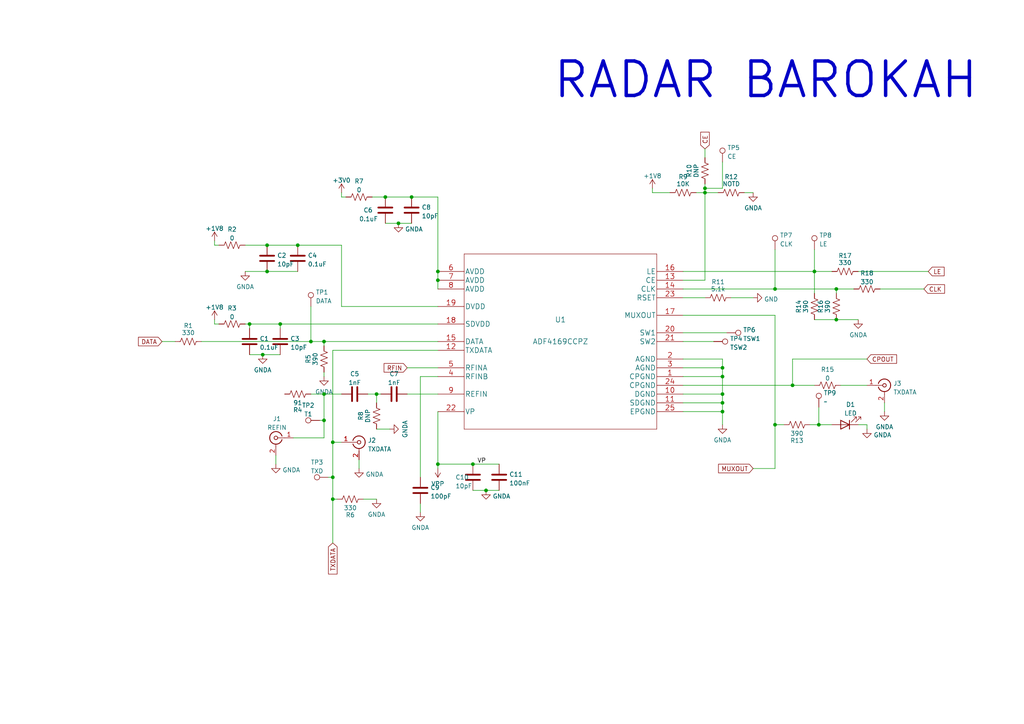
<source format=kicad_sch>
(kicad_sch (version 20211123) (generator eeschema)
  (paper "A4")
  (title_block (title "FMCW schematics"))
  (lib_symbols
    (symbol "2022-04-16_23-14-58:ADF4169CCPZ" (pin_names (offset 0.254))
      (property "Reference" "U" (at 35.56 10.16 0))
      (property "Value" "ADF4169CCPZ" (at 35.56 7.62 0))
      (symbol "ADF4169CCPZ_1_1"
        (polyline (pts (xy 7.62 -45.72) (xy 63.5 -45.72)) (stroke (width 0.127)))
        (polyline (pts (xy 7.62 5.08) (xy 7.62 -45.72)) (stroke (width 0.127)))
        (polyline (pts (xy 63.5 -45.72) (xy 63.5 5.08)) (stroke (width 0.127)))
        (polyline (pts (xy 63.5 5.08) (xy 7.62 5.08)) (stroke (width 0.127)))
        (pin unspecified line (at 71.12 -30.48 180) (length 7.62) (name "CPGND") (number "1"))
        (pin unspecified line (at 71.12 -35.56 180) (length 7.62) (name "DGND") (number "10"))
        (pin unspecified line (at 71.12 -38.1 180) (length 7.62) (name "SDGND") (number "11"))
        (pin unspecified line (at 0 -22.86 0) (length 7.62) (name "TXDATA") (number "12"))
        (pin unspecified line (at 71.12 -2.54 180) (length 7.62) (name "CE") (number "13"))
        (pin unspecified line (at 71.12 -5.08 180) (length 7.62) (name "CLK") (number "14"))
        (pin unspecified line (at 0 -20.32 0) (length 7.62) (name "DATA") (number "15"))
        (pin unspecified line (at 71.12 0 180) (length 7.62) (name "LE") (number "16"))
        (pin unspecified line (at 71.12 -12.7 180) (length 7.62) (name "MUXOUT") (number "17"))
        (pin unspecified line (at 0 -15.24 0) (length 7.62) (name "SDVDD") (number "18"))
        (pin unspecified line (at 0 -10.16 0) (length 7.62) (name "DVDD") (number "19"))
        (pin unspecified line (at 71.12 -25.4 180) (length 7.62) (name "AGND") (number "2"))
        (pin unspecified line (at 71.12 -17.78 180) (length 7.62) (name "SW1") (number "20"))
        (pin unspecified line (at 71.12 -20.32 180) (length 7.62) (name "SW2") (number "21"))
        (pin unspecified line (at 0 -40.64 0) (length 7.62) (name "VP") (number "22"))
        (pin unspecified line (at 71.12 -7.62 180) (length 7.62) (name "RSET") (number "23"))
        (pin unspecified line (at 71.12 -33.02 180) (length 7.62) (name "CPGND") (number "24"))
        (pin unspecified line (at 71.12 -40.64 180) (length 7.62) (name "EPGND") (number "25"))
        (pin unspecified line (at 71.12 -27.94 180) (length 7.62) (name "AGND") (number "3"))
        (pin unspecified line (at 0 -30.48 0) (length 7.62) (name "RFINB") (number "4"))
        (pin unspecified line (at 0 -27.94 0) (length 7.62) (name "RFINA") (number "5"))
        (pin unspecified line (at 0 0 0) (length 7.62) (name "AVDD") (number "6"))
        (pin unspecified line (at 0 -2.54 0) (length 7.62) (name "AVDD") (number "7"))
        (pin unspecified line (at 0 -5.08 0) (length 7.62) (name "AVDD") (number "8"))
        (pin unspecified line (at 0 -35.56 0) (length 7.62) (name "REFIN") (number "9"))
      )
    )
    (symbol "Connector:Conn_Coaxial" (pin_names (offset 1.016) hide)
      (property "Reference" "J" (at 0.254 3.048 0))
      (property "Value" "Conn_Coaxial" (at 2.921 0 90))
      (symbol "Conn_Coaxial_0_1"
        (arc (start -1.778 -0.508) (mid 0.2311 -1.8066) (end 1.778 0) (stroke (width 0.254)))
        (polyline (pts (xy -2.54 0) (xy -0.508 0)))
        (polyline (pts (xy 0 -2.54) (xy 0 -1.778)))
        (circle (center 0 0) (radius 0.508) (stroke (width 0.2032)))
        (arc (start 1.778 0) (mid 0.2099 1.8101) (end -1.778 0.508) (stroke (width 0.254)))
      )
      (symbol "Conn_Coaxial_1_1"
        (pin passive line (at -5.08 0 0) (length 2.54) (name "In") (number "1"))
        (pin passive line (at 0 -5.08 90) (length 2.54) (name "Ext") (number "2"))
      )
    )
    (symbol "Connector:TestPoint" (pin_numbers hide) (pin_names (offset 0.762) hide)
      (property "Reference" "TP" (at 0 6.858 0))
      (property "Value" "TestPoint" (at 0 5.08 0))
      (symbol "TestPoint_0_1"
        (circle (center 0 3.302) (radius 0.762))
      )
      (symbol "TestPoint_1_1"
        (pin passive line (at 0 0 90) (length 2.54) (name "1") (number "1"))
      )
    )
    (symbol "Device:C" (pin_numbers hide) (pin_names (offset 0.254))
      (property "Reference" "C" (at 0.635 2.54 0))
      (property "Value" "C" (at 0.635 -2.54 0))
      (symbol "C_0_1"
        (polyline (pts (xy -2.032 -0.762) (xy 2.032 -0.762)) (stroke (width 0.508)))
        (polyline (pts (xy -2.032 0.762) (xy 2.032 0.762)) (stroke (width 0.508)))
      )
      (symbol "C_1_1"
        (pin passive line (at 0 3.81 270) (length 2.794) (name "~") (number "1"))
        (pin passive line (at 0 -3.81 90) (length 2.794) (name "~") (number "2"))
      )
    )
    (symbol "Device:LED" (pin_numbers hide) (pin_names (offset 1.016) hide)
      (property "Reference" "D" (at 0 2.54 0))
      (property "Value" "LED" (at 0 -2.54 0))
      (symbol "LED_0_1"
        (polyline (pts (xy -1.27 -1.27) (xy -1.27 1.27)) (stroke (width 0.254)))
        (polyline (pts (xy -1.27 0) (xy 1.27 0)))
        (polyline (pts (xy 1.27 -1.27) (xy 1.27 1.27) (xy -1.27 0) (xy 1.27 -1.27)) (stroke (width 0.254)))
        (polyline (pts (xy -3.048 -0.762) (xy -4.572 -2.286) (xy -3.81 -2.286) (xy -4.572 -2.286) (xy -4.572 -1.524)))
        (polyline (pts (xy -1.778 -0.762) (xy -3.302 -2.286) (xy -2.54 -2.286) (xy -3.302 -2.286) (xy -3.302 -1.524)))
      )
      (symbol "LED_1_1"
        (pin passive line (at -3.81 0 0) (length 2.54) (name "K") (number "1"))
        (pin passive line (at 3.81 0 180) (length 2.54) (name "A") (number "2"))
      )
    )
    (symbol "Device:R_US" (pin_numbers hide) (pin_names (offset 0))
      (property "Reference" "R" (at 2.54 0 90))
      (property "Value" "R_US" (at -2.54 0 90))
      (symbol "R_US_0_1"
        (polyline (pts (xy 0 -2.286) (xy 0 -2.54)))
        (polyline (pts (xy 0 2.286) (xy 0 2.54)))
        (polyline (pts (xy 0 -0.762) (xy 1.016 -1.143) (xy 0 -1.524) (xy -1.016 -1.905) (xy 0 -2.286)))
        (polyline (pts (xy 0 0.762) (xy 1.016 0.381) (xy 0 0) (xy -1.016 -0.381) (xy 0 -0.762)))
        (polyline (pts (xy 0 2.286) (xy 1.016 1.905) (xy 0 1.524) (xy -1.016 1.143) (xy 0 0.762)))
      )
      (symbol "R_US_1_1"
        (pin passive line (at 0 3.81 270) (length 1.27) (name "~") (number "1"))
        (pin passive line (at 0 -3.81 90) (length 1.27) (name "~") (number "2"))
      )
    )
    (symbol "power:+1V8" (power) (pin_names (offset 0))
      (property "Value" "+1V8" (at 0 3.556 0))
      (symbol "+1V8_0_1"
        (polyline (pts (xy -0.762 1.27) (xy 0 2.54)))
        (polyline (pts (xy 0 0) (xy 0 2.54)))
        (polyline (pts (xy 0 2.54) (xy 0.762 1.27)))
      )
      (symbol "+1V8_1_1"
        (pin power_in line (at 0 0 90) (length 0) hide (name "+1V8") (number "1"))
      )
    )
    (symbol "power:+3V0" (power) (pin_names (offset 0))
      (property "Value" "+3V0" (at 0 3.556 0))
      (symbol "+3V0_0_1"
        (polyline (pts (xy -0.762 1.27) (xy 0 2.54)))
        (polyline (pts (xy 0 0) (xy 0 2.54)))
        (polyline (pts (xy 0 2.54) (xy 0.762 1.27)))
      )
      (symbol "+3V0_1_1"
        (pin power_in line (at 0 0 90) (length 0) hide (name "+3V0") (number "1"))
      )
    )
    (symbol "power:GND" (power) (pin_names (offset 0))
      (property "Value" "GND" (at 0 -3.81 0))
      (symbol "GND_0_1"
        (polyline (pts (xy 0 0) (xy 0 -1.27) (xy 1.27 -1.27) (xy 0 -2.54) (xy -1.27 -1.27) (xy 0 -1.27)))
      )
      (symbol "GND_1_1"
        (pin power_in line (at 0 0 270) (length 0) hide (name "GND") (number "1"))
      )
    )
    (symbol "power:GNDA" (power) (pin_names (offset 0))
      (property "Value" "GNDA" (at 0 -3.81 0))
      (symbol "GNDA_0_1"
        (polyline (pts (xy 0 0) (xy 0 -1.27) (xy 1.27 -1.27) (xy 0 -2.54) (xy -1.27 -1.27) (xy 0 -1.27)))
      )
      (symbol "GNDA_1_1"
        (pin power_in line (at 0 0 270) (length 0) hide (name "GNDA") (number "1"))
      )
    )
    (symbol "power:VPP" (power) (pin_names (offset 0))
      (property "Value" "VPP" (at 0 3.81 0))
      (symbol "VPP_0_1"
        (polyline (pts (xy -0.762 1.27) (xy 0 2.54)))
        (polyline (pts (xy 0 0) (xy 0 2.54)))
        (polyline (pts (xy 0 2.54) (xy 0.762 1.27)))
      )
      (symbol "VPP_1_1"
        (pin power_in line (at 0 0 90) (length 0) hide (name "VPP") (number "1"))
      )
    )
  )
  (junction (at 127 78.74))
  (junction (at 111.76 57.15))
  (junction (at 119.38 57.15))
  (junction (at 242.57 92.71))
  (junction (at 209.55 106.68))
  (junction (at 90.17 99.06))
  (junction (at 77.47 71.12))
  (junction (at 229.87 111.76))
  (junction (at 237.49 123.19))
  (junction (at 77.47 78.74))
  (junction (at 96.52 144.78))
  (junction (at 76.2 102.87))
  (junction (at 209.55 109.22))
  (junction (at 115.57 64.77))
  (junction (at 204.47 54.61))
  (junction (at 93.98 121.92))
  (junction (at 93.98 114.3))
  (junction (at 204.47 55.88))
  (junction (at 224.79 123.19))
  (junction (at 109.22 114.3))
  (junction (at 96.52 128.27))
  (junction (at 127 134.62))
  (junction (at 127 81.28))
  (junction (at 140.97 142.24))
  (junction (at 209.55 116.84))
  (junction (at 209.55 119.38))
  (junction (at 72.39 93.98))
  (junction (at 224.79 83.82))
  (junction (at 137.16 134.62))
  (junction (at 93.98 99.06))
  (junction (at 96.52 138.43))
  (junction (at 81.28 93.98))
  (junction (at 236.22 78.74))
  (junction (at 86.36 71.12))
  (junction (at 209.55 114.3))
  (junction (at 242.57 83.82))
  (wire (pts (xy 242.57 92.71) (xy 248.92 92.71)))
  (wire (pts (xy 111.76 64.77) (xy 115.57 64.77)))
  (wire (pts (xy 127 101.6) (xy 96.52 101.6)))
  (wire (pts (xy 90.17 114.3) (xy 93.98 114.3)))
  (wire (pts (xy 46.99 99.06) (xy 50.8 99.06)))
  (wire (pts (xy 62.23 93.98) (xy 63.5 93.98)))
  (wire (pts (xy 96.52 128.27) (xy 99.06 128.27)))
  (wire (pts (xy 251.46 123.19) (xy 251.46 124.46)))
  (wire (pts (xy 224.79 83.82) (xy 242.57 83.82)))
  (wire (pts (xy 96.52 101.6) (xy 96.52 128.27)))
  (wire (pts (xy 93.98 99.06) (xy 127 99.06)))
  (wire (pts (xy 93.98 114.3) (xy 93.98 121.92)))
  (wire (pts (xy 198.12 83.82) (xy 224.79 83.82)))
  (wire (pts (xy 107.95 57.15) (xy 111.76 57.15)))
  (wire (pts (xy 90.17 88.9) (xy 90.17 99.06)))
  (wire (pts (xy 76.2 102.87) (xy 81.28 102.87)))
  (wire (pts (xy 198.12 104.14) (xy 209.55 104.14)))
  (wire (pts (xy 93.98 99.06) (xy 93.98 100.33)))
  (wire (pts (xy 137.16 134.62) (xy 127 134.62)))
  (wire (pts (xy 62.23 71.12) (xy 63.5 71.12)))
  (wire (pts (xy 198.12 99.06) (xy 207.01 99.06)))
  (wire (pts (xy 118.11 106.68) (xy 127 106.68)))
  (wire (pts (xy 224.79 91.44) (xy 224.79 123.19)))
  (wire (pts (xy 109.22 116.84) (xy 109.22 114.3)))
  (wire (pts (xy 224.79 123.19) (xy 224.79 135.89)))
  (wire (pts (xy 72.39 93.98) (xy 72.39 95.25)))
  (wire (pts (xy 93.98 114.3) (xy 99.06 114.3)))
  (wire (pts (xy 127 83.82) (xy 127 81.28)))
  (wire (pts (xy 85.09 127) (xy 93.98 127)))
  (wire (pts (xy 140.97 142.24) (xy 144.78 142.24)))
  (wire (pts (xy 93.98 107.95) (xy 93.98 109.22)))
  (wire (pts (xy 251.46 104.14) (xy 229.87 104.14)))
  (wire (pts (xy 198.12 114.3) (xy 209.55 114.3)))
  (wire (pts (xy 127 93.98) (xy 81.28 93.98)))
  (wire (pts (xy 242.57 83.82) (xy 242.57 85.09)))
  (wire (pts (xy 109.22 124.46) (xy 113.03 124.46)))
  (wire (pts (xy 111.76 57.15) (xy 119.38 57.15)))
  (wire (pts (xy 212.09 86.36) (xy 218.44 86.36)))
  (wire (pts (xy 71.12 78.74) (xy 77.47 78.74)))
  (wire (pts (xy 72.39 102.87) (xy 76.2 102.87)))
  (wire (pts (xy 236.22 72.39) (xy 236.22 78.74)))
  (wire (pts (xy 236.22 78.74) (xy 241.3 78.74)))
  (wire (pts (xy 201.93 55.88) (xy 204.47 55.88)))
  (wire (pts (xy 90.17 99.06) (xy 93.98 99.06)))
  (wire (pts (xy 204.47 43.18) (xy 204.47 45.72)))
  (wire (pts (xy 127 119.38) (xy 127 134.62)))
  (wire (pts (xy 198.12 109.22) (xy 209.55 109.22)))
  (wire (pts (xy 224.79 72.39) (xy 224.79 83.82)))
  (wire (pts (xy 104.14 133.35) (xy 104.14 135.89)))
  (wire (pts (xy 234.95 123.19) (xy 237.49 123.19)))
  (wire (pts (xy 224.79 135.89) (xy 218.44 135.89)))
  (wire (pts (xy 127 109.22) (xy 121.92 109.22)))
  (wire (pts (xy 204.47 54.61) (xy 204.47 55.88)))
  (wire (pts (xy 237.49 123.19) (xy 241.3 123.19)))
  (wire (pts (xy 209.55 54.61) (xy 204.47 54.61)))
  (wire (pts (xy 105.41 144.78) (xy 109.22 144.78)))
  (wire (pts (xy 71.12 93.98) (xy 72.39 93.98)))
  (wire (pts (xy 121.92 109.22) (xy 121.92 138.43)))
  (wire (pts (xy 77.47 78.74) (xy 86.36 78.74)))
  (wire (pts (xy 86.36 71.12) (xy 99.06 71.12)))
  (wire (pts (xy 96.52 138.43) (xy 96.52 144.78)))
  (wire (pts (xy 198.12 116.84) (xy 209.55 116.84)))
  (wire (pts (xy 121.92 146.05) (xy 121.92 148.59)))
  (wire (pts (xy 62.23 92.71) (xy 62.23 93.98)))
  (wire (pts (xy 93.98 121.92) (xy 93.98 127)))
  (wire (pts (xy 198.12 111.76) (xy 229.87 111.76)))
  (wire (pts (xy 256.54 116.84) (xy 256.54 119.38)))
  (wire (pts (xy 144.78 134.62) (xy 137.16 134.62)))
  (wire (pts (xy 72.39 93.98) (xy 81.28 93.98)))
  (wire (pts (xy 215.9 55.88) (xy 218.44 55.88)))
  (wire (pts (xy 137.16 142.24) (xy 140.97 142.24)))
  (wire (pts (xy 224.79 123.19) (xy 227.33 123.19)))
  (wire (pts (xy 209.55 109.22) (xy 209.55 114.3)))
  (wire (pts (xy 81.28 93.98) (xy 81.28 95.25)))
  (wire (pts (xy 198.12 119.38) (xy 209.55 119.38)))
  (wire (pts (xy 229.87 104.14) (xy 229.87 111.76)))
  (wire (pts (xy 198.12 81.28) (xy 204.47 81.28)))
  (wire (pts (xy 189.23 54.61) (xy 189.23 55.88)))
  (wire (pts (xy 127 88.9) (xy 99.06 88.9)))
  (wire (pts (xy 204.47 55.88) (xy 204.47 81.28)))
  (wire (pts (xy 248.92 78.74) (xy 269.24 78.74)))
  (wire (pts (xy 96.52 144.78) (xy 97.79 144.78)))
  (wire (pts (xy 248.92 123.19) (xy 251.46 123.19)))
  (wire (pts (xy 95.25 138.43) (xy 96.52 138.43)))
  (wire (pts (xy 109.22 114.3) (xy 110.49 114.3)))
  (wire (pts (xy 106.68 114.3) (xy 109.22 114.3)))
  (wire (pts (xy 62.23 69.85) (xy 62.23 71.12)))
  (wire (pts (xy 243.84 111.76) (xy 251.46 111.76)))
  (wire (pts (xy 96.52 128.27) (xy 96.52 138.43)))
  (wire (pts (xy 209.55 119.38) (xy 209.55 123.19)))
  (wire (pts (xy 236.22 92.71) (xy 242.57 92.71)))
  (wire (pts (xy 71.12 71.12) (xy 77.47 71.12)))
  (wire (pts (xy 127 134.62) (xy 127 135.89)))
  (wire (pts (xy 198.12 91.44) (xy 224.79 91.44)))
  (wire (pts (xy 119.38 57.15) (xy 127 57.15)))
  (wire (pts (xy 255.27 83.82) (xy 267.97 83.82)))
  (wire (pts (xy 198.12 106.68) (xy 209.55 106.68)))
  (wire (pts (xy 229.87 111.76) (xy 236.22 111.76)))
  (wire (pts (xy 189.23 55.88) (xy 194.31 55.88)))
  (wire (pts (xy 237.49 118.11) (xy 237.49 123.19)))
  (wire (pts (xy 209.55 46.99) (xy 209.55 54.61)))
  (wire (pts (xy 99.06 57.15) (xy 100.33 57.15)))
  (wire (pts (xy 58.42 99.06) (xy 90.17 99.06)))
  (wire (pts (xy 198.12 86.36) (xy 204.47 86.36)))
  (wire (pts (xy 242.57 83.82) (xy 247.65 83.82)))
  (wire (pts (xy 209.55 104.14) (xy 209.55 106.68)))
  (wire (pts (xy 209.55 114.3) (xy 209.55 116.84)))
  (wire (pts (xy 118.11 114.3) (xy 127 114.3)))
  (wire (pts (xy 80.01 132.08) (xy 80.01 134.62)))
  (wire (pts (xy 198.12 78.74) (xy 236.22 78.74)))
  (wire (pts (xy 236.22 78.74) (xy 236.22 85.09)))
  (wire (pts (xy 115.57 64.77) (xy 119.38 64.77)))
  (wire (pts (xy 77.47 71.12) (xy 86.36 71.12)))
  (wire (pts (xy 204.47 53.34) (xy 204.47 54.61)))
  (wire (pts (xy 209.55 116.84) (xy 209.55 119.38)))
  (wire (pts (xy 99.06 55.88) (xy 99.06 57.15)))
  (wire (pts (xy 99.06 71.12) (xy 99.06 88.9)))
  (wire (pts (xy 127 81.28) (xy 127 78.74)))
  (wire (pts (xy 198.12 96.52) (xy 210.82 96.52)))
  (wire (pts (xy 96.52 144.78) (xy 96.52 157.48)))
  (wire (pts (xy 204.47 55.88) (xy 208.28 55.88)))
  (wire (pts (xy 127 57.15) (xy 127 78.74)))
  (wire (pts (xy 92.71 121.92) (xy 93.98 121.92)))
  (wire (pts (xy 209.55 106.68) (xy 209.55 109.22)))
  (text "RADAR BAROKAH\n" (at 160.02 29.21 0) (effects (font (size 10 10) (thickness 1) bold) (justify left bottom)))
  (label "VP" (at 138.43 134.62 0))
  (global_label "TXDATA" (shape input) (at 96.52 157.48 270) (property "Intersheet References" "${INTERSHEET_REFS}" (effects hide)))
  (global_label "DATA" (shape input) (at 46.99 99.06 180) (property "Intersheet References" "${INTERSHEET_REFS}" (effects hide)))
  (global_label "CPOUT" (shape input) (at 251.46 104.14 0) (property "Intersheet References" "${INTERSHEET_REFS}" (effects hide)))
  (global_label "CLK" (shape input) (at 267.97 83.82 0) (property "Intersheet References" "${INTERSHEET_REFS}" (effects hide)))
  (global_label "LE" (shape input) (at 269.24 78.74 0) (property "Intersheet References" "${INTERSHEET_REFS}" (effects hide)))
  (global_label "RFIN" (shape input) (at 118.11 106.68 180) (property "Intersheet References" "${INTERSHEET_REFS}" (effects hide)))
  (global_label "MUXOUT" (shape input) (at 218.44 135.89 180) (property "Intersheet References" "${INTERSHEET_REFS}" (effects hide)))
  (global_label "CE" (shape input) (at 204.47 43.18 90) (property "Intersheet References" "${INTERSHEET_REFS}" (effects hide)))
  (symbol (lib_id "power:GND") (at 218.44 86.36 90) (unit 1)
    (property "Reference" "#PWR0102" (effects hide))
    (property "Value" "GND" (at 221.615 86.7938 90) (effects (justify right)))
  )
  (symbol (lib_id "power:GNDA") (at 113.03 124.46 90) (unit 1)
    (property "Reference" "#PWR0106" (effects hide))
    (property "Value" "GNDA" (at 117.4734 124.46 0))
  )
  (symbol (lib_id "power:+1V8") (at 62.23 92.71 0) (unit 1)
    (property "Reference" "#PWR0109" (effects hide))
    (property "Value" "+1V8" (at 62.23 89.1342 0))
  )
  (symbol (lib_id "power:GNDA") (at 248.92 92.71 0) (unit 1)
    (property "Reference" "#PWR0114" (effects hide))
    (property "Value" "GNDA" (at 248.92 97.1534 0))
  )
  (symbol (lib_id "Device:R_US") (at 240.03 111.76 90) (unit 1)
    (property "Reference" "R15" (at 240.03 107.1712 90))
    (property "Value" "0" (at 240.03 109.7081 90))
    (property "Footprint" "Resistor_SMD:R_0201_0603Metric_Pad0.64x0.40mm_HandSolder" (effects hide))
  )
  (symbol (lib_id "Device:C") (at 77.47 74.93 0) (unit 1)
    (property "Reference" "C2" (at 80.391 74.0953 0) (effects (justify left)))
    (property "Value" "10pF" (at 80.391 76.6322 0) (effects (justify left)))
    (property "Footprint" "Capacitor_SMD:C_0201_0603Metric_Pad0.64x0.40mm_HandSolder" (effects hide))
  )
  (symbol (lib_id "Connector:TestPoint") (at 92.71 121.92 90) (unit 1)
    (property "Reference" "TP2" (at 89.408 117.5852 90))
    (property "Value" "T1" (at 89.408 120.1221 90))
    (property "Footprint" "TestPoint:TestPoint_Loop_D1.80mm_Drill1.0mm_Beaded" (effects hide))
  )
  (symbol (lib_id "Device:R_US") (at 212.09 55.88 90) (unit 1)
    (property "Reference" "R12" (at 212.09 51.2912 90))
    (property "Value" "NOTD" (at 212.09 53.34 90))
    (property "Footprint" "Resistor_SMD:R_0201_0603Metric_Pad0.64x0.40mm_HandSolder" (effects hide))
  )
  (symbol (lib_id "Device:R_US") (at 245.11 78.74 90) (unit 1)
    (property "Reference" "R17" (at 245.11 74.1512 90))
    (property "Value" "330" (at 245.11 76.2 90))
    (property "Footprint" "Resistor_SMD:R_0201_0603Metric_Pad0.64x0.40mm_HandSolder" (effects hide))
  )
  (symbol (lib_id "power:GNDA") (at 115.57 64.77 0) (unit 1)
    (property "Reference" "#PWR0121" (effects hide))
    (property "Value" "GNDA" (at 117.475 66.4738 0) (effects (justify left)))
  )
  (symbol (lib_id "power:+3V0") (at 99.06 55.88 0) (unit 1)
    (property "Reference" "#PWR0120" (effects hide))
    (property "Value" "+3V0" (at 99.06 52.3042 0))
  )
  (symbol (lib_id "Device:R_US") (at 242.57 88.9 180) (unit 1)
    (property "Reference" "R16" (at 237.9812 88.9 90))
    (property "Value" "390" (at 240.03 88.9 90))
    (property "Footprint" "Resistor_SMD:R_0201_0603Metric_Pad0.64x0.40mm_HandSolder" (effects hide))
  )
  (symbol (lib_id "Device:C") (at 72.39 99.06 0) (unit 1)
    (property "Reference" "C1" (at 75.311 98.2253 0) (effects (justify left)))
    (property "Value" "0.1uF" (at 75.311 100.7622 0) (effects (justify left)))
    (property "Footprint" "Capacitor_SMD:C_0201_0603Metric_Pad0.64x0.40mm_HandSolder" (effects hide))
  )
  (symbol (lib_id "power:GNDA") (at 121.92 148.59 0) (unit 1)
    (property "Reference" "#PWR0118" (effects hide))
    (property "Value" "GNDA" (at 121.92 153.0334 0))
  )
  (symbol (lib_id "power:GNDA") (at 93.98 109.22 0) (unit 1)
    (property "Reference" "#PWR0105" (effects hide))
    (property "Value" "GNDA" (at 93.98 113.6634 0))
  )
  (symbol (lib_id "Device:R_US") (at 208.28 86.36 90) (unit 1)
    (property "Reference" "R11" (at 208.28 81.7712 90))
    (property "Value" "5.1k" (at 208.28 83.82 90))
    (property "Footprint" "Resistor_SMD:R_0201_0603Metric_Pad0.64x0.40mm_HandSolder" (effects hide))
  )
  (symbol (lib_id "Connector:TestPoint") (at 210.82 96.52 270) (unit 1)
    (property "Reference" "TP6" (at 215.519 95.6853 90) (effects (justify left)))
    (property "Value" "TSW1" (at 215.519 98.2222 90) (effects (justify left)))
    (property "Footprint" "TestPoint:TestPoint_Loop_D1.80mm_Drill1.0mm_Beaded" (effects hide))
  )
  (symbol (lib_id "Device:R_US") (at 204.47 49.53 180) (unit 1)
    (property "Reference" "R10" (at 199.8812 49.53 90))
    (property "Value" "DNP" (at 201.93 49.53 90))
    (property "Footprint" "Resistor_SMD:R_0201_0603Metric_Pad0.64x0.40mm_HandSolder" (effects hide))
  )
  (symbol (lib_id "Connector:TestPoint") (at 90.17 88.9 0) (unit 1)
    (property "Reference" "TP1" (at 91.567 84.7633 0) (effects (justify left)))
    (property "Value" "DATA" (at 91.567 87.3002 0) (effects (justify left)))
    (property "Footprint" "TestPoint:TestPoint_Loop_D1.80mm_Drill1.0mm_Beaded" (effects hide))
  )
  (symbol (lib_id "power:GNDA") (at 109.22 144.78 0) (unit 1)
    (property "Reference" "#PWR0116" (effects hide))
    (property "Value" "GNDA" (at 109.22 149.2234 0))
  )
  (symbol (lib_id "Connector:TestPoint") (at 236.22 72.39 0) (unit 1)
    (property "Reference" "TP8" (at 237.617 68.2533 0) (effects (justify left)))
    (property "Value" "LE" (at 237.617 70.7902 0) (effects (justify left)))
    (property "Footprint" "TestPoint:TestPoint_Loop_D1.80mm_Drill1.0mm_Beaded" (effects hide))
  )
  (symbol (lib_id "Device:C") (at 121.92 142.24 0) (unit 1)
    (property "Reference" "C9" (at 124.841 141.4053 0) (effects (justify left)))
    (property "Value" "100pF" (at 124.841 143.9422 0) (effects (justify left)))
    (property "Footprint" "Capacitor_SMD:C_0201_0603Metric_Pad0.64x0.40mm_HandSolder" (effects hide))
  )
  (symbol (lib_id "power:VPP") (at 127 135.89 180) (unit 1)
    (property "Reference" "#PWR0117" (effects hide))
    (property "Value" "VPP" (at 127 140.3334 0))
  )
  (symbol (lib_id "power:GNDA") (at 251.46 124.46 0) (unit 1)
    (property "Reference" "#PWR0115" (effects hide))
    (property "Value" "GNDA" (at 253.365 126.1638 0) (effects (justify left)))
  )
  (symbol (lib_id "power:+1V8") (at 62.23 69.85 0) (unit 1)
    (property "Reference" "#PWR0110" (effects hide))
    (property "Value" "+1V8" (at 62.23 66.2742 0))
  )
  (symbol (lib_id "power:GNDA") (at 256.54 119.38 0) (unit 1)
    (property "Reference" "#PWR0111" (effects hide))
    (property "Value" "GNDA" (at 256.54 123.8234 0))
  )
  (symbol (lib_id "Device:C") (at 111.76 60.96 0) (unit 1)
    (property "Reference" "C6" (at 105.41 60.96 0) (effects (justify left)))
    (property "Value" "0.1uF" (at 104.14 63.5 0) (effects (justify left)))
    (property "Footprint" "Capacitor_SMD:C_0201_0603Metric_Pad0.64x0.40mm_HandSolder" (effects hide))
  )
  (symbol (lib_id "Connector:Conn_Coaxial") (at 104.14 128.27 0) (unit 1)
    (property "Reference" "J2" (at 106.6801 127.7285 0) (effects (justify left)))
    (property "Value" "TXDATA" (at 106.6801 130.2654 0) (effects (justify left)))
    (property "Footprint" "Connector_Coaxial:U.FL_Molex_MCRF_73412-0110_Vertical" (effects hide))
    (property "Datasheet" " ~" (effects hide))
  )
  (symbol (lib_id "Device:R_US") (at 251.46 83.82 90) (unit 1)
    (property "Reference" "R18" (at 251.46 79.2312 90))
    (property "Value" "330" (at 251.46 81.7681 90))
    (property "Footprint" "Resistor_SMD:R_0201_0603Metric_Pad0.64x0.40mm_HandSolder" (effects hide))
  )
  (symbol (lib_id "Device:R_US") (at 101.6 144.78 270) (unit 1)
    (property "Reference" "R6" (at 101.6 149.3688 90))
    (property "Value" "330" (at 101.6 147.32 90))
    (property "Footprint" "Resistor_SMD:R_0201_0603Metric_Pad0.64x0.40mm_HandSolder" (effects hide))
  )
  (symbol (lib_id "Device:R_US") (at 198.12 55.88 90) (unit 1)
    (property "Reference" "R9" (at 198.12 51.2912 90))
    (property "Value" "10K" (at 198.12 53.34 90))
    (property "Footprint" "Resistor_SMD:R_0201_0603Metric_Pad0.64x0.40mm_HandSolder" (effects hide))
  )
  (symbol (lib_id "Device:R_US") (at 54.61 99.06 90) (unit 1)
    (property "Reference" "R1" (at 54.61 94.4712 90))
    (property "Value" "330" (at 54.61 96.52 90))
    (property "Footprint" "Resistor_SMD:R_0201_0603Metric_Pad0.64x0.40mm_HandSolder" (effects hide))
  )
  (symbol (lib_id "Connector:TestPoint") (at 209.55 46.99 0) (unit 1)
    (property "Reference" "TP5" (at 210.947 42.8533 0) (effects (justify left)))
    (property "Value" "CE" (at 210.947 45.3902 0) (effects (justify left)))
    (property "Footprint" "TestPoint:TestPoint_Loop_D1.80mm_Drill1.0mm_Beaded" (effects hide))
  )
  (symbol (lib_id "Device:C") (at 86.36 74.93 0) (unit 1)
    (property "Reference" "C4" (at 89.281 74.0953 0) (effects (justify left)))
    (property "Value" "0.1uF" (at 89.281 76.6322 0) (effects (justify left)))
    (property "Footprint" "Capacitor_SMD:C_0201_0603Metric_Pad0.64x0.40mm_HandSolder" (effects hide))
  )
  (symbol (lib_id "Device:C") (at 119.38 60.96 0) (unit 1)
    (property "Reference" "C8" (at 122.301 60.1253 0) (effects (justify left)))
    (property "Value" "10pF" (at 122.301 62.6622 0) (effects (justify left)))
    (property "Footprint" "Capacitor_SMD:C_0201_0603Metric_Pad0.64x0.40mm_HandSolder" (effects hide))
  )
  (symbol (lib_id "power:GNDA") (at 76.2 102.87 0) (unit 1)
    (property "Reference" "#PWR0104" (effects hide))
    (property "Value" "GNDA" (at 76.2 107.3134 0))
  )
  (symbol (lib_id "Device:C") (at 114.3 114.3 90) (unit 1)
    (property "Reference" "C7" (at 114.3 108.4412 90))
    (property "Value" "1nF" (at 114.3 110.9781 90))
    (property "Footprint" "Capacitor_SMD:C_0201_0603Metric_Pad0.64x0.40mm_HandSolder" (effects hide))
  )
  (symbol (lib_id "Device:R_US") (at 109.22 120.65 180) (unit 1)
    (property "Reference" "R8" (at 104.6312 120.65 90))
    (property "Value" "DNP" (at 106.68 120.65 90))
    (property "Footprint" "Resistor_SMD:R_0201_0603Metric_Pad0.64x0.40mm_HandSolder" (effects hide))
  )
  (symbol (lib_id "power:GNDA") (at 140.97 142.24 0) (unit 1)
    (property "Reference" "#PWR0119" (effects hide))
    (property "Value" "GNDA" (at 142.875 143.9438 0) (effects (justify left)))
  )
  (symbol (lib_id "power:GNDA") (at 71.12 78.74 0) (unit 1)
    (property "Reference" "#PWR0108" (effects hide))
    (property "Value" "GNDA" (at 71.12 83.1834 0))
  )
  (symbol (lib_id "Device:R_US") (at 86.36 114.3 270) (unit 1)
    (property "Reference" "R4" (at 86.36 118.8888 90))
    (property "Value" "91" (at 86.36 116.84 90))
    (property "Footprint" "Resistor_SMD:R_0201_0603Metric_Pad0.64x0.40mm_HandSolder" (effects hide))
  )
  (symbol (lib_id "Connector:Conn_Coaxial") (at 80.01 127 0) (mirror y) (unit 1)
    (property "Reference" "J1" (at 80.3274 121.4736 0))
    (property "Value" "REFIN" (at 80.3274 124.0105 0))
    (property "Footprint" "Connector_Coaxial:U.FL_Molex_MCRF_73412-0110_Vertical" (effects hide))
    (property "Datasheet" " ~" (effects hide))
  )
  (symbol (lib_id "power:GNDA") (at 209.55 123.19 0) (unit 1)
    (property "Reference" "#PWR0113" (effects hide))
    (property "Value" "GNDA" (at 209.55 127.6334 0))
  )
  (symbol (lib_id "Device:R_US") (at 93.98 104.14 180) (unit 1)
    (property "Reference" "R5" (at 89.3912 104.14 90))
    (property "Value" "390" (at 91.44 104.14 90))
    (property "Footprint" "Resistor_SMD:R_0201_0603Metric_Pad0.64x0.40mm_HandSolder" (effects hide))
  )
  (symbol (lib_id "Connector:TestPoint") (at 95.25 138.43 90) (unit 1)
    (property "Reference" "TP3" (at 91.948 134.0952 90))
    (property "Value" "TXD" (at 91.948 136.6321 90))
    (property "Footprint" "TestPoint:TestPoint_Loop_D1.80mm_Drill1.0mm_Beaded" (effects hide))
  )
  (symbol (lib_id "Device:R_US") (at 231.14 123.19 270) (unit 1)
    (property "Reference" "R13" (at 231.14 127.7788 90))
    (property "Value" "390" (at 231.14 125.73 90))
    (property "Footprint" "Resistor_SMD:R_0201_0603Metric_Pad0.64x0.40mm_HandSolder" (effects hide))
  )
  (symbol (lib_id "Device:C") (at 102.87 114.3 90) (unit 1)
    (property "Reference" "C5" (at 102.87 108.4412 90))
    (property "Value" "1nF" (at 102.87 110.9781 90))
    (property "Footprint" "Capacitor_SMD:C_0201_0603Metric_Pad0.64x0.40mm_HandSolder" (effects hide))
  )
  (symbol (lib_id "power:+1V8") (at 189.23 54.61 0) (unit 1)
    (property "Reference" "#PWR0101" (effects hide))
    (property "Value" "+1V8" (at 189.23 51.0342 0))
  )
  (symbol (lib_id "Device:C") (at 137.16 138.43 0) (unit 1)
    (property "Reference" "C10" (at 132.08 138.43 0) (effects (justify left)))
    (property "Value" "10pF" (at 132.08 140.97 0) (effects (justify left)))
    (property "Footprint" "Capacitor_SMD:C_0201_0603Metric_Pad0.64x0.40mm_HandSolder" (effects hide))
  )
  (symbol (lib_id "power:GNDA") (at 104.14 135.89 0) (unit 1)
    (property "Reference" "#PWR0107" (effects hide))
    (property "Value" "GNDA" (at 106.045 137.5938 0) (effects (justify left)))
  )
  (symbol (lib_id "Connector:TestPoint") (at 207.01 99.06 270) (unit 1)
    (property "Reference" "TP4" (at 211.709 98.2253 90) (effects (justify left)))
    (property "Value" "TSW2" (at 211.709 100.7622 90) (effects (justify left)))
    (property "Footprint" "TestPoint:TestPoint_Loop_D1.80mm_Drill1.0mm_Beaded" (effects hide))
  )
  (symbol (lib_id "Device:C") (at 81.28 99.06 0) (unit 1)
    (property "Reference" "C3" (at 84.201 98.2253 0) (effects (justify left)))
    (property "Value" "10pF" (at 84.201 100.7622 0) (effects (justify left)))
    (property "Footprint" "Capacitor_SMD:C_0201_0603Metric_Pad0.64x0.40mm_HandSolder" (effects hide))
  )
  (symbol (lib_id "Device:LED") (at 245.11 123.19 180) (unit 1)
    (property "Reference" "D1" (at 246.6975 117.3312 0))
    (property "Value" "LED" (at 246.6975 119.8681 0))
    (property "Footprint" "LED_SMD:LED_0201_0603Metric_Pad0.64x0.40mm_HandSolder" (effects hide))
  )
  (symbol (lib_id "Device:R_US") (at 236.22 88.9 180) (unit 1)
    (property "Reference" "R14" (at 231.6312 88.9 90))
    (property "Value" "390" (at 233.68 88.9 90))
    (property "Footprint" "Resistor_SMD:R_0201_0603Metric_Pad0.64x0.40mm_HandSolder" (effects hide))
  )
  (symbol (lib_id "Device:C") (at 144.78 138.43 180) (unit 1)
    (property "Reference" "C11" (at 147.701 137.5953 0) (effects (justify right)))
    (property "Value" "100nF" (at 147.701 140.1322 0) (effects (justify right)))
    (property "Footprint" "Capacitor_SMD:C_0201_0603Metric_Pad0.64x0.40mm_HandSolder" (effects hide))
  )
  (symbol (lib_id "Device:R_US") (at 67.31 71.12 270) (unit 1)
    (property "Reference" "R2" (at 67.31 66.5312 90))
    (property "Value" "0" (at 67.31 69.0681 90))
    (property "Footprint" "Resistor_SMD:R_0201_0603Metric" (effects hide))
  )
  (symbol (lib_id "Connector:TestPoint") (at 237.49 118.11 0) (unit 1)
    (property "Reference" "TP9" (at 238.887 113.9733 0) (effects (justify left)))
    (property "Value" "~" (at 238.887 116.5102 0) (effects (justify left)))
    (property "Footprint" "TestPoint:TestPoint_Loop_D1.80mm_Drill1.0mm_Beaded" (effects hide))
  )
  (symbol (lib_id "2022-04-16_23-14-58:ADF4169CCPZ") (at 127 78.74 0) (unit 1)
    (property "Reference" "U1" (at 162.56 92.71 0) (effects (font (size 1.524 1.524))))
    (property "Value" "ADF4169CCPZ" (at 162.56 99.06 0) (effects (font (size 1.524 1.524))))
    (property "Footprint" "adf4169:ADF4169CCPZ" (effects hide))
    (property "Datasheet" "https://www.analog.com/media/en/technical-documentation/data-sheets/ADF4169.pdf" (effects hide))
  )
  (symbol (lib_id "power:GNDA") (at 218.44 55.88 0) (unit 1)
    (property "Reference" "#PWR0103" (effects hide))
    (property "Value" "GNDA" (at 218.44 60.3234 0))
  )
  (symbol (lib_id "power:GNDA") (at 80.01 134.62 0) (unit 1)
    (property "Reference" "#PWR0112" (effects hide))
    (property "Value" "GNDA" (at 81.915 136.3238 0) (effects (justify left)))
  )
  (symbol (lib_id "Connector:Conn_Coaxial") (at 256.54 111.76 0) (unit 1)
    (property "Reference" "J3" (at 259.0801 111.2185 0) (effects (justify left)))
    (property "Value" "TXDATA" (at 259.0801 113.7554 0) (effects (justify left)))
    (property "Footprint" "Connector_Coaxial:U.FL_Molex_MCRF_73412-0110_Vertical" (effects hide))
    (property "Datasheet" " ~" (effects hide))
  )
  (symbol (lib_id "Device:R_US") (at 67.31 93.98 270) (unit 1)
    (property "Reference" "R3" (at 67.31 89.3912 90))
    (property "Value" "0" (at 67.31 91.9281 90))
    (property "Footprint" "Resistor_SMD:R_0201_0603Metric_Pad0.64x0.40mm_HandSolder" (effects hide))
  )
  (symbol (lib_id "Device:R_US") (at 104.14 57.15 90) (unit 1)
    (property "Reference" "R7" (at 104.14 52.5612 90))
    (property "Value" "0" (at 104.14 55.0981 90))
    (property "Footprint" "Resistor_SMD:R_0201_0603Metric" (effects hide))
  )
  (symbol (lib_id "Connector:TestPoint") (at 224.79 72.39 0) (unit 1)
    (property "Reference" "TP7" (at 226.187 68.2533 0) (effects (justify left)))
    (property "Value" "CLK" (at 226.187 70.7902 0) (effects (justify left)))
    (property "Footprint" "TestPoint:TestPoint_Loop_D1.80mm_Drill1.0mm_Beaded" (effects hide))
  )
)
</source>
